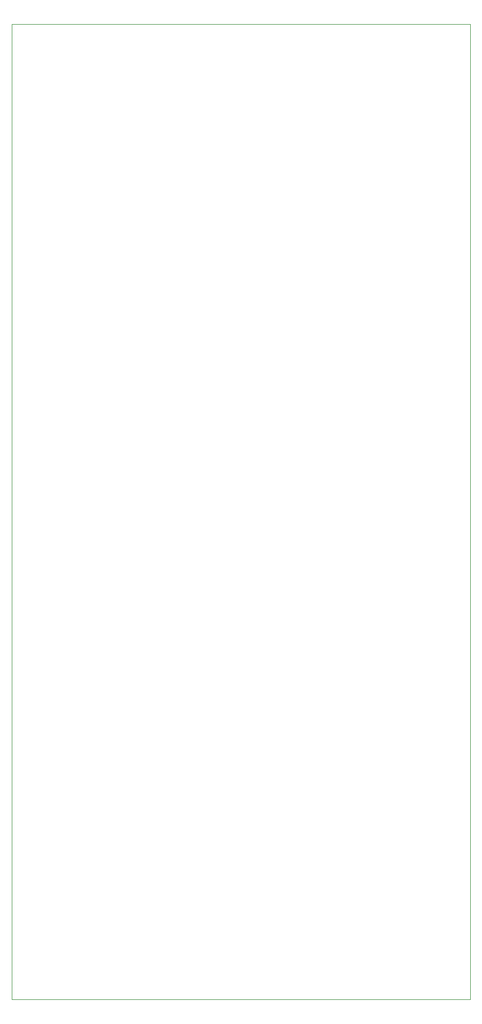
<source format=gbr>
%TF.GenerationSoftware,KiCad,Pcbnew,9.0.6*%
%TF.CreationDate,2026-01-15T14:16:46+11:00*%
%TF.ProjectId,audio-mixer,61756469-6f2d-46d6-9978-65722e6b6963,rev?*%
%TF.SameCoordinates,Original*%
%TF.FileFunction,Profile,NP*%
%FSLAX46Y46*%
G04 Gerber Fmt 4.6, Leading zero omitted, Abs format (unit mm)*
G04 Created by KiCad (PCBNEW 9.0.6) date 2026-01-15 14:16:46*
%MOMM*%
%LPD*%
G01*
G04 APERTURE LIST*
%TA.AperFunction,Profile*%
%ADD10C,0.050000*%
%TD*%
G04 APERTURE END LIST*
D10*
X30635000Y-24659938D02*
X103135000Y-24659938D01*
X103135000Y-178659938D01*
X30635000Y-178659938D01*
X30635000Y-24659938D01*
M02*

</source>
